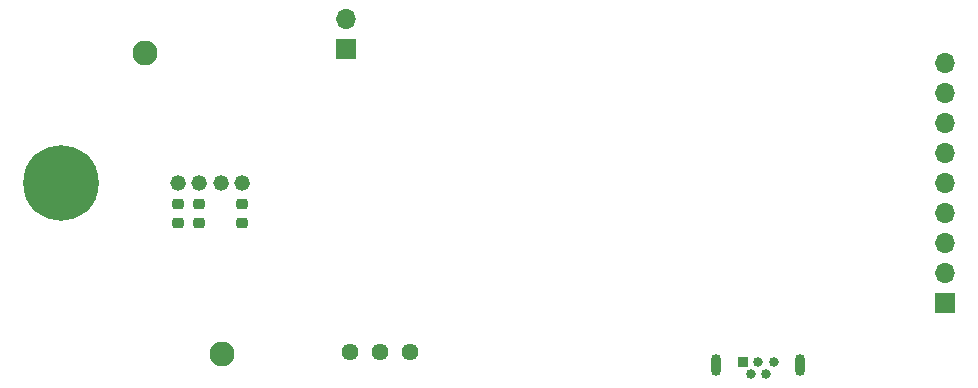
<source format=gbr>
%TF.GenerationSoftware,KiCad,Pcbnew,(7.0.0)*%
%TF.CreationDate,2023-08-02T13:28:58+12:00*%
%TF.ProjectId,VehicleCurrentSense_PCB,56656869-636c-4654-9375-7272656e7453,V1.0*%
%TF.SameCoordinates,Original*%
%TF.FileFunction,Soldermask,Bot*%
%TF.FilePolarity,Negative*%
%FSLAX46Y46*%
G04 Gerber Fmt 4.6, Leading zero omitted, Abs format (unit mm)*
G04 Created by KiCad (PCBNEW (7.0.0)) date 2023-08-02 13:28:58*
%MOMM*%
%LPD*%
G01*
G04 APERTURE LIST*
G04 Aperture macros list*
%AMRoundRect*
0 Rectangle with rounded corners*
0 $1 Rounding radius*
0 $2 $3 $4 $5 $6 $7 $8 $9 X,Y pos of 4 corners*
0 Add a 4 corners polygon primitive as box body*
4,1,4,$2,$3,$4,$5,$6,$7,$8,$9,$2,$3,0*
0 Add four circle primitives for the rounded corners*
1,1,$1+$1,$2,$3*
1,1,$1+$1,$4,$5*
1,1,$1+$1,$6,$7*
1,1,$1+$1,$8,$9*
0 Add four rect primitives between the rounded corners*
20,1,$1+$1,$2,$3,$4,$5,0*
20,1,$1+$1,$4,$5,$6,$7,0*
20,1,$1+$1,$6,$7,$8,$9,0*
20,1,$1+$1,$8,$9,$2,$3,0*%
G04 Aperture macros list end*
%ADD10R,0.840000X0.840000*%
%ADD11C,0.840000*%
%ADD12O,0.850000X1.850000*%
%ADD13O,1.700000X1.700000*%
%ADD14R,1.700000X1.700000*%
%ADD15C,1.320800*%
%ADD16C,2.108200*%
%ADD17C,1.440000*%
%ADD18C,0.800000*%
%ADD19C,6.400000*%
%ADD20RoundRect,0.225000X-0.250000X0.225000X-0.250000X-0.225000X0.250000X-0.225000X0.250000X0.225000X0*%
G04 APERTURE END LIST*
D10*
%TO.C,J4*%
X172824999Y-102679999D03*
D11*
X173475000Y-103680000D03*
X174125000Y-102680000D03*
X174775000Y-103680000D03*
X175425000Y-102680000D03*
D12*
X170549999Y-102899999D03*
X177699999Y-102899999D03*
%TD*%
D13*
%TO.C,J3*%
X139199999Y-73634999D03*
D14*
X139199999Y-76174999D03*
%TD*%
D15*
%TO.C,U1*%
X130399999Y-87500000D03*
X128600000Y-87500000D03*
X126799999Y-87500000D03*
X125000000Y-87500000D03*
D16*
X122200000Y-76499999D03*
X128699999Y-101999999D03*
%TD*%
D14*
%TO.C,J1*%
X189899999Y-97659999D03*
D13*
X189899999Y-95119999D03*
X189899999Y-92579999D03*
X189899999Y-90039999D03*
X189899999Y-87499999D03*
X189899999Y-84959999D03*
X189899999Y-82419999D03*
X189899999Y-79879999D03*
X189899999Y-77339999D03*
%TD*%
D17*
%TO.C,RV2*%
X144680000Y-101800000D03*
X142140000Y-101800000D03*
X139600000Y-101800000D03*
%TD*%
D18*
%TO.C,H2*%
X112700000Y-87500000D03*
X113402944Y-85802944D03*
X113402944Y-89197056D03*
X115100000Y-85100000D03*
D19*
X115100000Y-87500000D03*
D18*
X115100000Y-89900000D03*
X116797056Y-85802944D03*
X116797056Y-89197056D03*
X117500000Y-87500000D03*
%TD*%
D20*
%TO.C,C3*%
X130400000Y-89325000D03*
X130400000Y-90875000D03*
%TD*%
%TO.C,C2*%
X126800000Y-89325000D03*
X126800000Y-90875000D03*
%TD*%
%TO.C,C1*%
X125000000Y-89325000D03*
X125000000Y-90875000D03*
%TD*%
M02*

</source>
